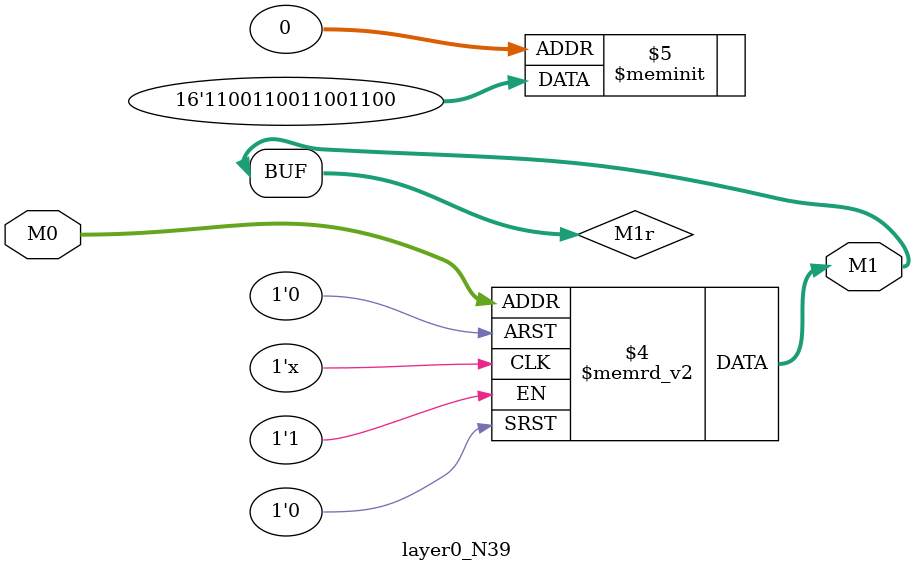
<source format=v>
module layer0_N39 ( input [2:0] M0, output [1:0] M1 );

	(*rom_style = "distributed" *) reg [1:0] M1r;
	assign M1 = M1r;
	always @ (M0) begin
		case (M0)
			3'b000: M1r = 2'b00;
			3'b100: M1r = 2'b00;
			3'b010: M1r = 2'b00;
			3'b110: M1r = 2'b00;
			3'b001: M1r = 2'b11;
			3'b101: M1r = 2'b11;
			3'b011: M1r = 2'b11;
			3'b111: M1r = 2'b11;

		endcase
	end
endmodule

</source>
